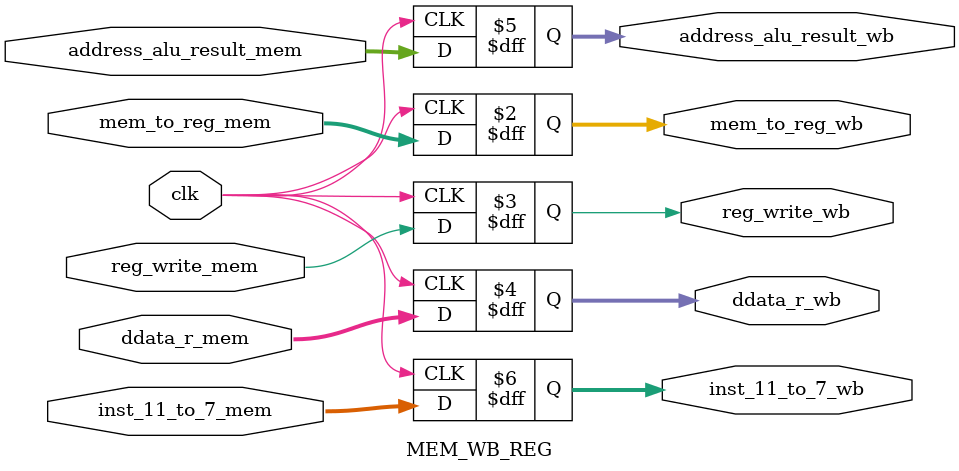
<source format=sv>
`ifndef MEM_WB_REG_GUARD
`define MEM_WB_REG_GUARD

module MEM_WB_REG #(parameter DATA_SIZE = 32) (
    input clk,
    input [1:0] mem_to_reg_mem,
    input reg_write_mem,
    input [DATA_SIZE-1:0] ddata_r_mem,
    input [DATA_SIZE-1:0] address_alu_result_mem,
    input [4:0] inst_11_to_7_mem,

    output reg [1:0] mem_to_reg_wb,
    output reg reg_write_wb,
    output reg [DATA_SIZE-1:0] ddata_r_wb,
    output reg [DATA_SIZE-1:0] address_alu_result_wb,
    output reg [4:0] inst_11_to_7_wb
);

always_ff @(posedge clk) begin
    mem_to_reg_wb <= mem_to_reg_mem;
    reg_write_wb <= reg_write_mem;
    ddata_r_wb <= ddata_r_mem;
    address_alu_result_wb <= address_alu_result_mem;
    inst_11_to_7_wb <= inst_11_to_7_mem;
end

endmodule
`endif
</source>
